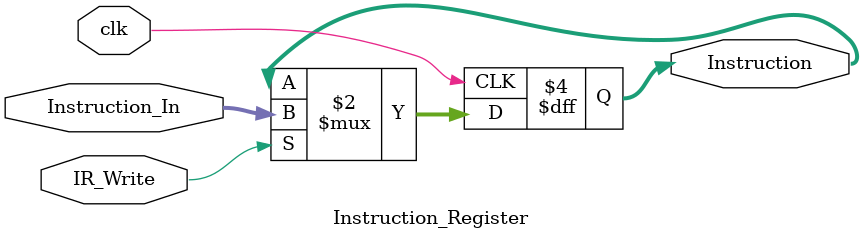
<source format=v>
`timescale 1ns / 1ps

module Instruction_Register(output reg [31:0] Instruction, input [31:0] Instruction_In, input IR_Write, input clk);

always@(posedge clk)
begin
    if(IR_Write)
        Instruction <= Instruction_In;
end
endmodule

</source>
